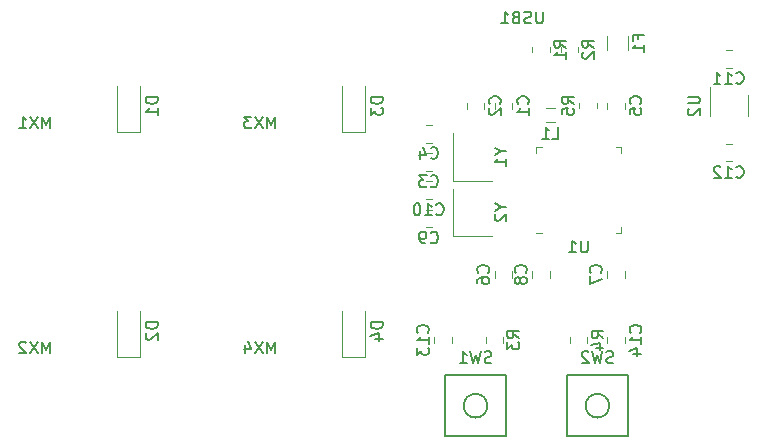
<source format=gbo>
%TF.GenerationSoftware,KiCad,Pcbnew,(5.1.10-1-10_14)*%
%TF.CreationDate,2021-05-18T16:18:39+02:00*%
%TF.ProjectId,dirac_delta,64697261-635f-4646-956c-74612e6b6963,rev?*%
%TF.SameCoordinates,Original*%
%TF.FileFunction,Legend,Bot*%
%TF.FilePolarity,Positive*%
%FSLAX46Y46*%
G04 Gerber Fmt 4.6, Leading zero omitted, Abs format (unit mm)*
G04 Created by KiCad (PCBNEW (5.1.10-1-10_14)) date 2021-05-18 16:18:39*
%MOMM*%
%LPD*%
G01*
G04 APERTURE LIST*
%ADD10C,0.120000*%
%ADD11C,0.150000*%
G04 APERTURE END LIST*
D10*
%TO.C,Y2*%
X72008000Y-45180000D02*
X68708000Y-45180000D01*
X68708000Y-45180000D02*
X68708000Y-41180000D01*
%TO.C,Y1*%
X72008000Y-40481000D02*
X68708000Y-40481000D01*
X68708000Y-40481000D02*
X68708000Y-36481000D01*
%TO.C,U2*%
X90465000Y-35031250D02*
X90465000Y-32581250D01*
X93685000Y-33231250D02*
X93685000Y-35031250D01*
%TO.C,U1*%
X76240000Y-44885000D02*
X75765000Y-44885000D01*
X82985000Y-37665000D02*
X82985000Y-38140000D01*
X82510000Y-37665000D02*
X82985000Y-37665000D01*
X75765000Y-37665000D02*
X75765000Y-38140000D01*
X76240000Y-37665000D02*
X75765000Y-37665000D01*
X82985000Y-44885000D02*
X82985000Y-44410000D01*
X82510000Y-44885000D02*
X82985000Y-44885000D01*
D11*
%TO.C,SW2*%
X78362500Y-62131250D02*
X83562500Y-62131250D01*
X83562500Y-62131250D02*
X83562500Y-56931250D01*
X83562500Y-56931250D02*
X78362500Y-56931250D01*
X78362500Y-56931250D02*
X78362500Y-62131250D01*
X81962500Y-59531250D02*
G75*
G03*
X81962500Y-59531250I-1000000J0D01*
G01*
%TO.C,SW1*%
X68043750Y-62131250D02*
X73243750Y-62131250D01*
X73243750Y-62131250D02*
X73243750Y-56931250D01*
X73243750Y-56931250D02*
X68043750Y-56931250D01*
X68043750Y-56931250D02*
X68043750Y-62131250D01*
X71643750Y-59531250D02*
G75*
G03*
X71643750Y-59531250I-1000000J0D01*
G01*
D10*
%TO.C,R5*%
X80903750Y-33904186D02*
X80903750Y-34358314D01*
X79433750Y-33904186D02*
X79433750Y-34358314D01*
%TO.C,R4*%
X78640000Y-54202064D02*
X78640000Y-53747936D01*
X80110000Y-54202064D02*
X80110000Y-53747936D01*
%TO.C,R3*%
X71496250Y-54202064D02*
X71496250Y-53747936D01*
X72966250Y-54202064D02*
X72966250Y-53747936D01*
%TO.C,R2*%
X77846250Y-29595814D02*
X77846250Y-29141686D01*
X79316250Y-29595814D02*
X79316250Y-29141686D01*
%TO.C,R1*%
X75465000Y-29595814D02*
X75465000Y-29141686D01*
X76935000Y-29595814D02*
X76935000Y-29141686D01*
%TO.C,L1*%
X76594128Y-34365000D02*
X77393372Y-34365000D01*
X76594128Y-35485000D02*
X77393372Y-35485000D01*
%TO.C,F1*%
X81767000Y-29431064D02*
X81767000Y-28226936D01*
X83587000Y-29431064D02*
X83587000Y-28226936D01*
%TO.C,D4*%
X61325000Y-55431250D02*
X61325000Y-51531250D01*
X59325000Y-55431250D02*
X59325000Y-51531250D01*
X61325000Y-55431250D02*
X59325000Y-55431250D01*
%TO.C,D3*%
X61325000Y-36381250D02*
X61325000Y-32481250D01*
X59325000Y-36381250D02*
X59325000Y-32481250D01*
X61325000Y-36381250D02*
X59325000Y-36381250D01*
%TO.C,D2*%
X42275000Y-55431250D02*
X42275000Y-51531250D01*
X40275000Y-55431250D02*
X40275000Y-51531250D01*
X42275000Y-55431250D02*
X40275000Y-55431250D01*
%TO.C,D1*%
X42275000Y-36381250D02*
X42275000Y-32481250D01*
X40275000Y-36381250D02*
X40275000Y-32481250D01*
X42275000Y-36381250D02*
X40275000Y-36381250D01*
%TO.C,C14*%
X81815000Y-54236252D02*
X81815000Y-53713748D01*
X83285000Y-54236252D02*
X83285000Y-53713748D01*
%TO.C,C13*%
X68640000Y-53713748D02*
X68640000Y-54236252D01*
X67170000Y-53713748D02*
X67170000Y-54236252D01*
%TO.C,C12*%
X91813748Y-37365000D02*
X92336252Y-37365000D01*
X91813748Y-38835000D02*
X92336252Y-38835000D01*
%TO.C,C11*%
X91813748Y-29427500D02*
X92336252Y-29427500D01*
X91813748Y-30897500D02*
X92336252Y-30897500D01*
%TO.C,C10*%
X66413748Y-40540000D02*
X66936252Y-40540000D01*
X66413748Y-42010000D02*
X66936252Y-42010000D01*
%TO.C,C9*%
X66413748Y-42921250D02*
X66936252Y-42921250D01*
X66413748Y-44391250D02*
X66936252Y-44391250D01*
%TO.C,C8*%
X76935000Y-48157498D02*
X76935000Y-48680002D01*
X75465000Y-48157498D02*
X75465000Y-48680002D01*
%TO.C,C7*%
X83285000Y-48157498D02*
X83285000Y-48680002D01*
X81815000Y-48157498D02*
X81815000Y-48680002D01*
%TO.C,C6*%
X73760000Y-48157498D02*
X73760000Y-48680002D01*
X72290000Y-48157498D02*
X72290000Y-48680002D01*
%TO.C,C5*%
X81815000Y-34392502D02*
X81815000Y-33869998D01*
X83285000Y-34392502D02*
X83285000Y-33869998D01*
%TO.C,C4*%
X66413748Y-35777500D02*
X66936252Y-35777500D01*
X66413748Y-37247500D02*
X66936252Y-37247500D01*
%TO.C,C3*%
X66413748Y-38158750D02*
X66936252Y-38158750D01*
X66413748Y-39628750D02*
X66936252Y-39628750D01*
%TO.C,C2*%
X69908750Y-34392502D02*
X69908750Y-33869998D01*
X71378750Y-34392502D02*
X71378750Y-33869998D01*
%TO.C,C1*%
X72290000Y-34392502D02*
X72290000Y-33869998D01*
X73760000Y-34392502D02*
X73760000Y-33869998D01*
%TO.C,Y2*%
D11*
X72784190Y-42703809D02*
X73260380Y-42703809D01*
X72260380Y-42370476D02*
X72784190Y-42703809D01*
X72260380Y-43037142D01*
X72355619Y-43322857D02*
X72308000Y-43370476D01*
X72260380Y-43465714D01*
X72260380Y-43703809D01*
X72308000Y-43799047D01*
X72355619Y-43846666D01*
X72450857Y-43894285D01*
X72546095Y-43894285D01*
X72688952Y-43846666D01*
X73260380Y-43275238D01*
X73260380Y-43894285D01*
%TO.C,Y1*%
X72784190Y-38004809D02*
X73260380Y-38004809D01*
X72260380Y-37671476D02*
X72784190Y-38004809D01*
X72260380Y-38338142D01*
X73260380Y-39195285D02*
X73260380Y-38623857D01*
X73260380Y-38909571D02*
X72260380Y-38909571D01*
X72403238Y-38814333D01*
X72498476Y-38719095D01*
X72546095Y-38623857D01*
%TO.C,MX4*%
X53673214Y-55094130D02*
X53673214Y-54094130D01*
X53339880Y-54808416D01*
X53006547Y-54094130D01*
X53006547Y-55094130D01*
X52625595Y-54094130D02*
X51958928Y-55094130D01*
X51958928Y-54094130D02*
X52625595Y-55094130D01*
X51149404Y-54427464D02*
X51149404Y-55094130D01*
X51387500Y-54046511D02*
X51625595Y-54760797D01*
X51006547Y-54760797D01*
%TO.C,MX3*%
X53673214Y-36044130D02*
X53673214Y-35044130D01*
X53339880Y-35758416D01*
X53006547Y-35044130D01*
X53006547Y-36044130D01*
X52625595Y-35044130D02*
X51958928Y-36044130D01*
X51958928Y-35044130D02*
X52625595Y-36044130D01*
X51673214Y-35044130D02*
X51054166Y-35044130D01*
X51387500Y-35425083D01*
X51244642Y-35425083D01*
X51149404Y-35472702D01*
X51101785Y-35520321D01*
X51054166Y-35615559D01*
X51054166Y-35853654D01*
X51101785Y-35948892D01*
X51149404Y-35996511D01*
X51244642Y-36044130D01*
X51530357Y-36044130D01*
X51625595Y-35996511D01*
X51673214Y-35948892D01*
%TO.C,MX2*%
X34623214Y-55094130D02*
X34623214Y-54094130D01*
X34289880Y-54808416D01*
X33956547Y-54094130D01*
X33956547Y-55094130D01*
X33575595Y-54094130D02*
X32908928Y-55094130D01*
X32908928Y-54094130D02*
X33575595Y-55094130D01*
X32575595Y-54189369D02*
X32527976Y-54141750D01*
X32432738Y-54094130D01*
X32194642Y-54094130D01*
X32099404Y-54141750D01*
X32051785Y-54189369D01*
X32004166Y-54284607D01*
X32004166Y-54379845D01*
X32051785Y-54522702D01*
X32623214Y-55094130D01*
X32004166Y-55094130D01*
%TO.C,MX1*%
X34623214Y-36044130D02*
X34623214Y-35044130D01*
X34289880Y-35758416D01*
X33956547Y-35044130D01*
X33956547Y-36044130D01*
X33575595Y-35044130D02*
X32908928Y-36044130D01*
X32908928Y-35044130D02*
X33575595Y-36044130D01*
X32004166Y-36044130D02*
X32575595Y-36044130D01*
X32289880Y-36044130D02*
X32289880Y-35044130D01*
X32385119Y-35186988D01*
X32480357Y-35282226D01*
X32575595Y-35329845D01*
%TO.C,USB1*%
X76350595Y-26164880D02*
X76350595Y-26974404D01*
X76302976Y-27069642D01*
X76255357Y-27117261D01*
X76160119Y-27164880D01*
X75969642Y-27164880D01*
X75874404Y-27117261D01*
X75826785Y-27069642D01*
X75779166Y-26974404D01*
X75779166Y-26164880D01*
X75350595Y-27117261D02*
X75207738Y-27164880D01*
X74969642Y-27164880D01*
X74874404Y-27117261D01*
X74826785Y-27069642D01*
X74779166Y-26974404D01*
X74779166Y-26879166D01*
X74826785Y-26783928D01*
X74874404Y-26736309D01*
X74969642Y-26688690D01*
X75160119Y-26641071D01*
X75255357Y-26593452D01*
X75302976Y-26545833D01*
X75350595Y-26450595D01*
X75350595Y-26355357D01*
X75302976Y-26260119D01*
X75255357Y-26212500D01*
X75160119Y-26164880D01*
X74922023Y-26164880D01*
X74779166Y-26212500D01*
X74017261Y-26641071D02*
X73874404Y-26688690D01*
X73826785Y-26736309D01*
X73779166Y-26831547D01*
X73779166Y-26974404D01*
X73826785Y-27069642D01*
X73874404Y-27117261D01*
X73969642Y-27164880D01*
X74350595Y-27164880D01*
X74350595Y-26164880D01*
X74017261Y-26164880D01*
X73922023Y-26212500D01*
X73874404Y-26260119D01*
X73826785Y-26355357D01*
X73826785Y-26450595D01*
X73874404Y-26545833D01*
X73922023Y-26593452D01*
X74017261Y-26641071D01*
X74350595Y-26641071D01*
X72826785Y-27164880D02*
X73398214Y-27164880D01*
X73112500Y-27164880D02*
X73112500Y-26164880D01*
X73207738Y-26307738D01*
X73302976Y-26402976D01*
X73398214Y-26450595D01*
%TO.C,U2*%
X88627380Y-33369345D02*
X89436904Y-33369345D01*
X89532142Y-33416964D01*
X89579761Y-33464583D01*
X89627380Y-33559821D01*
X89627380Y-33750297D01*
X89579761Y-33845535D01*
X89532142Y-33893154D01*
X89436904Y-33940773D01*
X88627380Y-33940773D01*
X88722619Y-34369345D02*
X88675000Y-34416964D01*
X88627380Y-34512202D01*
X88627380Y-34750297D01*
X88675000Y-34845535D01*
X88722619Y-34893154D01*
X88817857Y-34940773D01*
X88913095Y-34940773D01*
X89055952Y-34893154D01*
X89627380Y-34321726D01*
X89627380Y-34940773D01*
%TO.C,U1*%
X80136904Y-45547380D02*
X80136904Y-46356904D01*
X80089285Y-46452142D01*
X80041666Y-46499761D01*
X79946428Y-46547380D01*
X79755952Y-46547380D01*
X79660714Y-46499761D01*
X79613095Y-46452142D01*
X79565476Y-46356904D01*
X79565476Y-45547380D01*
X78565476Y-46547380D02*
X79136904Y-46547380D01*
X78851190Y-46547380D02*
X78851190Y-45547380D01*
X78946428Y-45690238D01*
X79041666Y-45785476D01*
X79136904Y-45833095D01*
%TO.C,SW2*%
X82295833Y-55872011D02*
X82152976Y-55919630D01*
X81914880Y-55919630D01*
X81819642Y-55872011D01*
X81772023Y-55824392D01*
X81724404Y-55729154D01*
X81724404Y-55633916D01*
X81772023Y-55538678D01*
X81819642Y-55491059D01*
X81914880Y-55443440D01*
X82105357Y-55395821D01*
X82200595Y-55348202D01*
X82248214Y-55300583D01*
X82295833Y-55205345D01*
X82295833Y-55110107D01*
X82248214Y-55014869D01*
X82200595Y-54967250D01*
X82105357Y-54919630D01*
X81867261Y-54919630D01*
X81724404Y-54967250D01*
X81391071Y-54919630D02*
X81152976Y-55919630D01*
X80962500Y-55205345D01*
X80772023Y-55919630D01*
X80533928Y-54919630D01*
X80200595Y-55014869D02*
X80152976Y-54967250D01*
X80057738Y-54919630D01*
X79819642Y-54919630D01*
X79724404Y-54967250D01*
X79676785Y-55014869D01*
X79629166Y-55110107D01*
X79629166Y-55205345D01*
X79676785Y-55348202D01*
X80248214Y-55919630D01*
X79629166Y-55919630D01*
%TO.C,SW1*%
X71977083Y-55872011D02*
X71834226Y-55919630D01*
X71596130Y-55919630D01*
X71500892Y-55872011D01*
X71453273Y-55824392D01*
X71405654Y-55729154D01*
X71405654Y-55633916D01*
X71453273Y-55538678D01*
X71500892Y-55491059D01*
X71596130Y-55443440D01*
X71786607Y-55395821D01*
X71881845Y-55348202D01*
X71929464Y-55300583D01*
X71977083Y-55205345D01*
X71977083Y-55110107D01*
X71929464Y-55014869D01*
X71881845Y-54967250D01*
X71786607Y-54919630D01*
X71548511Y-54919630D01*
X71405654Y-54967250D01*
X71072321Y-54919630D02*
X70834226Y-55919630D01*
X70643750Y-55205345D01*
X70453273Y-55919630D01*
X70215178Y-54919630D01*
X69310416Y-55919630D02*
X69881845Y-55919630D01*
X69596130Y-55919630D02*
X69596130Y-54919630D01*
X69691369Y-55062488D01*
X69786607Y-55157726D01*
X69881845Y-55205345D01*
%TO.C,R5*%
X78971130Y-33964583D02*
X78494940Y-33631250D01*
X78971130Y-33393154D02*
X77971130Y-33393154D01*
X77971130Y-33774107D01*
X78018750Y-33869345D01*
X78066369Y-33916964D01*
X78161607Y-33964583D01*
X78304464Y-33964583D01*
X78399702Y-33916964D01*
X78447321Y-33869345D01*
X78494940Y-33774107D01*
X78494940Y-33393154D01*
X77971130Y-34869345D02*
X77971130Y-34393154D01*
X78447321Y-34345535D01*
X78399702Y-34393154D01*
X78352083Y-34488392D01*
X78352083Y-34726488D01*
X78399702Y-34821726D01*
X78447321Y-34869345D01*
X78542559Y-34916964D01*
X78780654Y-34916964D01*
X78875892Y-34869345D01*
X78923511Y-34821726D01*
X78971130Y-34726488D01*
X78971130Y-34488392D01*
X78923511Y-34393154D01*
X78875892Y-34345535D01*
%TO.C,R4*%
X81477380Y-53808333D02*
X81001190Y-53475000D01*
X81477380Y-53236904D02*
X80477380Y-53236904D01*
X80477380Y-53617857D01*
X80525000Y-53713095D01*
X80572619Y-53760714D01*
X80667857Y-53808333D01*
X80810714Y-53808333D01*
X80905952Y-53760714D01*
X80953571Y-53713095D01*
X81001190Y-53617857D01*
X81001190Y-53236904D01*
X80810714Y-54665476D02*
X81477380Y-54665476D01*
X80429761Y-54427380D02*
X81144047Y-54189285D01*
X81144047Y-54808333D01*
%TO.C,R3*%
X74333630Y-53808333D02*
X73857440Y-53475000D01*
X74333630Y-53236904D02*
X73333630Y-53236904D01*
X73333630Y-53617857D01*
X73381250Y-53713095D01*
X73428869Y-53760714D01*
X73524107Y-53808333D01*
X73666964Y-53808333D01*
X73762202Y-53760714D01*
X73809821Y-53713095D01*
X73857440Y-53617857D01*
X73857440Y-53236904D01*
X73333630Y-54141666D02*
X73333630Y-54760714D01*
X73714583Y-54427380D01*
X73714583Y-54570238D01*
X73762202Y-54665476D01*
X73809821Y-54713095D01*
X73905059Y-54760714D01*
X74143154Y-54760714D01*
X74238392Y-54713095D01*
X74286011Y-54665476D01*
X74333630Y-54570238D01*
X74333630Y-54284523D01*
X74286011Y-54189285D01*
X74238392Y-54141666D01*
%TO.C,R2*%
X80683630Y-29202083D02*
X80207440Y-28868750D01*
X80683630Y-28630654D02*
X79683630Y-28630654D01*
X79683630Y-29011607D01*
X79731250Y-29106845D01*
X79778869Y-29154464D01*
X79874107Y-29202083D01*
X80016964Y-29202083D01*
X80112202Y-29154464D01*
X80159821Y-29106845D01*
X80207440Y-29011607D01*
X80207440Y-28630654D01*
X79778869Y-29583035D02*
X79731250Y-29630654D01*
X79683630Y-29725892D01*
X79683630Y-29963988D01*
X79731250Y-30059226D01*
X79778869Y-30106845D01*
X79874107Y-30154464D01*
X79969345Y-30154464D01*
X80112202Y-30106845D01*
X80683630Y-29535416D01*
X80683630Y-30154464D01*
%TO.C,R1*%
X78302380Y-29202083D02*
X77826190Y-28868750D01*
X78302380Y-28630654D02*
X77302380Y-28630654D01*
X77302380Y-29011607D01*
X77350000Y-29106845D01*
X77397619Y-29154464D01*
X77492857Y-29202083D01*
X77635714Y-29202083D01*
X77730952Y-29154464D01*
X77778571Y-29106845D01*
X77826190Y-29011607D01*
X77826190Y-28630654D01*
X78302380Y-30154464D02*
X78302380Y-29583035D01*
X78302380Y-29868750D02*
X77302380Y-29868750D01*
X77445238Y-29773511D01*
X77540476Y-29678273D01*
X77588095Y-29583035D01*
%TO.C,L1*%
X77160416Y-36927380D02*
X77636607Y-36927380D01*
X77636607Y-35927380D01*
X76303273Y-36927380D02*
X76874702Y-36927380D01*
X76588988Y-36927380D02*
X76588988Y-35927380D01*
X76684226Y-36070238D01*
X76779464Y-36165476D01*
X76874702Y-36213095D01*
%TO.C,F1*%
X84425571Y-28495666D02*
X84425571Y-28162333D01*
X84949380Y-28162333D02*
X83949380Y-28162333D01*
X83949380Y-28638523D01*
X84949380Y-29543285D02*
X84949380Y-28971857D01*
X84949380Y-29257571D02*
X83949380Y-29257571D01*
X84092238Y-29162333D01*
X84187476Y-29067095D01*
X84235095Y-28971857D01*
%TO.C,D4*%
X62777380Y-52443154D02*
X61777380Y-52443154D01*
X61777380Y-52681250D01*
X61825000Y-52824107D01*
X61920238Y-52919345D01*
X62015476Y-52966964D01*
X62205952Y-53014583D01*
X62348809Y-53014583D01*
X62539285Y-52966964D01*
X62634523Y-52919345D01*
X62729761Y-52824107D01*
X62777380Y-52681250D01*
X62777380Y-52443154D01*
X62110714Y-53871726D02*
X62777380Y-53871726D01*
X61729761Y-53633630D02*
X62444047Y-53395535D01*
X62444047Y-54014583D01*
%TO.C,D3*%
X62777380Y-33393154D02*
X61777380Y-33393154D01*
X61777380Y-33631250D01*
X61825000Y-33774107D01*
X61920238Y-33869345D01*
X62015476Y-33916964D01*
X62205952Y-33964583D01*
X62348809Y-33964583D01*
X62539285Y-33916964D01*
X62634523Y-33869345D01*
X62729761Y-33774107D01*
X62777380Y-33631250D01*
X62777380Y-33393154D01*
X61777380Y-34297916D02*
X61777380Y-34916964D01*
X62158333Y-34583630D01*
X62158333Y-34726488D01*
X62205952Y-34821726D01*
X62253571Y-34869345D01*
X62348809Y-34916964D01*
X62586904Y-34916964D01*
X62682142Y-34869345D01*
X62729761Y-34821726D01*
X62777380Y-34726488D01*
X62777380Y-34440773D01*
X62729761Y-34345535D01*
X62682142Y-34297916D01*
%TO.C,D2*%
X43727380Y-52443154D02*
X42727380Y-52443154D01*
X42727380Y-52681250D01*
X42775000Y-52824107D01*
X42870238Y-52919345D01*
X42965476Y-52966964D01*
X43155952Y-53014583D01*
X43298809Y-53014583D01*
X43489285Y-52966964D01*
X43584523Y-52919345D01*
X43679761Y-52824107D01*
X43727380Y-52681250D01*
X43727380Y-52443154D01*
X42822619Y-53395535D02*
X42775000Y-53443154D01*
X42727380Y-53538392D01*
X42727380Y-53776488D01*
X42775000Y-53871726D01*
X42822619Y-53919345D01*
X42917857Y-53966964D01*
X43013095Y-53966964D01*
X43155952Y-53919345D01*
X43727380Y-53347916D01*
X43727380Y-53966964D01*
%TO.C,D1*%
X43727380Y-33393154D02*
X42727380Y-33393154D01*
X42727380Y-33631250D01*
X42775000Y-33774107D01*
X42870238Y-33869345D01*
X42965476Y-33916964D01*
X43155952Y-33964583D01*
X43298809Y-33964583D01*
X43489285Y-33916964D01*
X43584523Y-33869345D01*
X43679761Y-33774107D01*
X43727380Y-33631250D01*
X43727380Y-33393154D01*
X43727380Y-34916964D02*
X43727380Y-34345535D01*
X43727380Y-34631250D02*
X42727380Y-34631250D01*
X42870238Y-34536011D01*
X42965476Y-34440773D01*
X43013095Y-34345535D01*
%TO.C,C14*%
X84587142Y-53332142D02*
X84634761Y-53284523D01*
X84682380Y-53141666D01*
X84682380Y-53046428D01*
X84634761Y-52903571D01*
X84539523Y-52808333D01*
X84444285Y-52760714D01*
X84253809Y-52713095D01*
X84110952Y-52713095D01*
X83920476Y-52760714D01*
X83825238Y-52808333D01*
X83730000Y-52903571D01*
X83682380Y-53046428D01*
X83682380Y-53141666D01*
X83730000Y-53284523D01*
X83777619Y-53332142D01*
X84682380Y-54284523D02*
X84682380Y-53713095D01*
X84682380Y-53998809D02*
X83682380Y-53998809D01*
X83825238Y-53903571D01*
X83920476Y-53808333D01*
X83968095Y-53713095D01*
X84015714Y-55141666D02*
X84682380Y-55141666D01*
X83634761Y-54903571D02*
X84349047Y-54665476D01*
X84349047Y-55284523D01*
%TO.C,C13*%
X66582142Y-53332142D02*
X66629761Y-53284523D01*
X66677380Y-53141666D01*
X66677380Y-53046428D01*
X66629761Y-52903571D01*
X66534523Y-52808333D01*
X66439285Y-52760714D01*
X66248809Y-52713095D01*
X66105952Y-52713095D01*
X65915476Y-52760714D01*
X65820238Y-52808333D01*
X65725000Y-52903571D01*
X65677380Y-53046428D01*
X65677380Y-53141666D01*
X65725000Y-53284523D01*
X65772619Y-53332142D01*
X66677380Y-54284523D02*
X66677380Y-53713095D01*
X66677380Y-53998809D02*
X65677380Y-53998809D01*
X65820238Y-53903571D01*
X65915476Y-53808333D01*
X65963095Y-53713095D01*
X65677380Y-54617857D02*
X65677380Y-55236904D01*
X66058333Y-54903571D01*
X66058333Y-55046428D01*
X66105952Y-55141666D01*
X66153571Y-55189285D01*
X66248809Y-55236904D01*
X66486904Y-55236904D01*
X66582142Y-55189285D01*
X66629761Y-55141666D01*
X66677380Y-55046428D01*
X66677380Y-54760714D01*
X66629761Y-54665476D01*
X66582142Y-54617857D01*
%TO.C,C12*%
X92717857Y-40137142D02*
X92765476Y-40184761D01*
X92908333Y-40232380D01*
X93003571Y-40232380D01*
X93146428Y-40184761D01*
X93241666Y-40089523D01*
X93289285Y-39994285D01*
X93336904Y-39803809D01*
X93336904Y-39660952D01*
X93289285Y-39470476D01*
X93241666Y-39375238D01*
X93146428Y-39280000D01*
X93003571Y-39232380D01*
X92908333Y-39232380D01*
X92765476Y-39280000D01*
X92717857Y-39327619D01*
X91765476Y-40232380D02*
X92336904Y-40232380D01*
X92051190Y-40232380D02*
X92051190Y-39232380D01*
X92146428Y-39375238D01*
X92241666Y-39470476D01*
X92336904Y-39518095D01*
X91384523Y-39327619D02*
X91336904Y-39280000D01*
X91241666Y-39232380D01*
X91003571Y-39232380D01*
X90908333Y-39280000D01*
X90860714Y-39327619D01*
X90813095Y-39422857D01*
X90813095Y-39518095D01*
X90860714Y-39660952D01*
X91432142Y-40232380D01*
X90813095Y-40232380D01*
%TO.C,C11*%
X92717857Y-32199642D02*
X92765476Y-32247261D01*
X92908333Y-32294880D01*
X93003571Y-32294880D01*
X93146428Y-32247261D01*
X93241666Y-32152023D01*
X93289285Y-32056785D01*
X93336904Y-31866309D01*
X93336904Y-31723452D01*
X93289285Y-31532976D01*
X93241666Y-31437738D01*
X93146428Y-31342500D01*
X93003571Y-31294880D01*
X92908333Y-31294880D01*
X92765476Y-31342500D01*
X92717857Y-31390119D01*
X91765476Y-32294880D02*
X92336904Y-32294880D01*
X92051190Y-32294880D02*
X92051190Y-31294880D01*
X92146428Y-31437738D01*
X92241666Y-31532976D01*
X92336904Y-31580595D01*
X90813095Y-32294880D02*
X91384523Y-32294880D01*
X91098809Y-32294880D02*
X91098809Y-31294880D01*
X91194047Y-31437738D01*
X91289285Y-31532976D01*
X91384523Y-31580595D01*
%TO.C,C10*%
X67317857Y-43312142D02*
X67365476Y-43359761D01*
X67508333Y-43407380D01*
X67603571Y-43407380D01*
X67746428Y-43359761D01*
X67841666Y-43264523D01*
X67889285Y-43169285D01*
X67936904Y-42978809D01*
X67936904Y-42835952D01*
X67889285Y-42645476D01*
X67841666Y-42550238D01*
X67746428Y-42455000D01*
X67603571Y-42407380D01*
X67508333Y-42407380D01*
X67365476Y-42455000D01*
X67317857Y-42502619D01*
X66365476Y-43407380D02*
X66936904Y-43407380D01*
X66651190Y-43407380D02*
X66651190Y-42407380D01*
X66746428Y-42550238D01*
X66841666Y-42645476D01*
X66936904Y-42693095D01*
X65746428Y-42407380D02*
X65651190Y-42407380D01*
X65555952Y-42455000D01*
X65508333Y-42502619D01*
X65460714Y-42597857D01*
X65413095Y-42788333D01*
X65413095Y-43026428D01*
X65460714Y-43216904D01*
X65508333Y-43312142D01*
X65555952Y-43359761D01*
X65651190Y-43407380D01*
X65746428Y-43407380D01*
X65841666Y-43359761D01*
X65889285Y-43312142D01*
X65936904Y-43216904D01*
X65984523Y-43026428D01*
X65984523Y-42788333D01*
X65936904Y-42597857D01*
X65889285Y-42502619D01*
X65841666Y-42455000D01*
X65746428Y-42407380D01*
%TO.C,C9*%
X66841666Y-45693392D02*
X66889285Y-45741011D01*
X67032142Y-45788630D01*
X67127380Y-45788630D01*
X67270238Y-45741011D01*
X67365476Y-45645773D01*
X67413095Y-45550535D01*
X67460714Y-45360059D01*
X67460714Y-45217202D01*
X67413095Y-45026726D01*
X67365476Y-44931488D01*
X67270238Y-44836250D01*
X67127380Y-44788630D01*
X67032142Y-44788630D01*
X66889285Y-44836250D01*
X66841666Y-44883869D01*
X66365476Y-45788630D02*
X66175000Y-45788630D01*
X66079761Y-45741011D01*
X66032142Y-45693392D01*
X65936904Y-45550535D01*
X65889285Y-45360059D01*
X65889285Y-44979107D01*
X65936904Y-44883869D01*
X65984523Y-44836250D01*
X66079761Y-44788630D01*
X66270238Y-44788630D01*
X66365476Y-44836250D01*
X66413095Y-44883869D01*
X66460714Y-44979107D01*
X66460714Y-45217202D01*
X66413095Y-45312440D01*
X66365476Y-45360059D01*
X66270238Y-45407678D01*
X66079761Y-45407678D01*
X65984523Y-45360059D01*
X65936904Y-45312440D01*
X65889285Y-45217202D01*
%TO.C,C8*%
X74877142Y-48252083D02*
X74924761Y-48204464D01*
X74972380Y-48061607D01*
X74972380Y-47966369D01*
X74924761Y-47823511D01*
X74829523Y-47728273D01*
X74734285Y-47680654D01*
X74543809Y-47633035D01*
X74400952Y-47633035D01*
X74210476Y-47680654D01*
X74115238Y-47728273D01*
X74020000Y-47823511D01*
X73972380Y-47966369D01*
X73972380Y-48061607D01*
X74020000Y-48204464D01*
X74067619Y-48252083D01*
X74400952Y-48823511D02*
X74353333Y-48728273D01*
X74305714Y-48680654D01*
X74210476Y-48633035D01*
X74162857Y-48633035D01*
X74067619Y-48680654D01*
X74020000Y-48728273D01*
X73972380Y-48823511D01*
X73972380Y-49013988D01*
X74020000Y-49109226D01*
X74067619Y-49156845D01*
X74162857Y-49204464D01*
X74210476Y-49204464D01*
X74305714Y-49156845D01*
X74353333Y-49109226D01*
X74400952Y-49013988D01*
X74400952Y-48823511D01*
X74448571Y-48728273D01*
X74496190Y-48680654D01*
X74591428Y-48633035D01*
X74781904Y-48633035D01*
X74877142Y-48680654D01*
X74924761Y-48728273D01*
X74972380Y-48823511D01*
X74972380Y-49013988D01*
X74924761Y-49109226D01*
X74877142Y-49156845D01*
X74781904Y-49204464D01*
X74591428Y-49204464D01*
X74496190Y-49156845D01*
X74448571Y-49109226D01*
X74400952Y-49013988D01*
%TO.C,C7*%
X81227142Y-48252083D02*
X81274761Y-48204464D01*
X81322380Y-48061607D01*
X81322380Y-47966369D01*
X81274761Y-47823511D01*
X81179523Y-47728273D01*
X81084285Y-47680654D01*
X80893809Y-47633035D01*
X80750952Y-47633035D01*
X80560476Y-47680654D01*
X80465238Y-47728273D01*
X80370000Y-47823511D01*
X80322380Y-47966369D01*
X80322380Y-48061607D01*
X80370000Y-48204464D01*
X80417619Y-48252083D01*
X80322380Y-48585416D02*
X80322380Y-49252083D01*
X81322380Y-48823511D01*
%TO.C,C6*%
X71702142Y-48252083D02*
X71749761Y-48204464D01*
X71797380Y-48061607D01*
X71797380Y-47966369D01*
X71749761Y-47823511D01*
X71654523Y-47728273D01*
X71559285Y-47680654D01*
X71368809Y-47633035D01*
X71225952Y-47633035D01*
X71035476Y-47680654D01*
X70940238Y-47728273D01*
X70845000Y-47823511D01*
X70797380Y-47966369D01*
X70797380Y-48061607D01*
X70845000Y-48204464D01*
X70892619Y-48252083D01*
X70797380Y-49109226D02*
X70797380Y-48918750D01*
X70845000Y-48823511D01*
X70892619Y-48775892D01*
X71035476Y-48680654D01*
X71225952Y-48633035D01*
X71606904Y-48633035D01*
X71702142Y-48680654D01*
X71749761Y-48728273D01*
X71797380Y-48823511D01*
X71797380Y-49013988D01*
X71749761Y-49109226D01*
X71702142Y-49156845D01*
X71606904Y-49204464D01*
X71368809Y-49204464D01*
X71273571Y-49156845D01*
X71225952Y-49109226D01*
X71178333Y-49013988D01*
X71178333Y-48823511D01*
X71225952Y-48728273D01*
X71273571Y-48680654D01*
X71368809Y-48633035D01*
%TO.C,C5*%
X84587142Y-33964583D02*
X84634761Y-33916964D01*
X84682380Y-33774107D01*
X84682380Y-33678869D01*
X84634761Y-33536011D01*
X84539523Y-33440773D01*
X84444285Y-33393154D01*
X84253809Y-33345535D01*
X84110952Y-33345535D01*
X83920476Y-33393154D01*
X83825238Y-33440773D01*
X83730000Y-33536011D01*
X83682380Y-33678869D01*
X83682380Y-33774107D01*
X83730000Y-33916964D01*
X83777619Y-33964583D01*
X83682380Y-34869345D02*
X83682380Y-34393154D01*
X84158571Y-34345535D01*
X84110952Y-34393154D01*
X84063333Y-34488392D01*
X84063333Y-34726488D01*
X84110952Y-34821726D01*
X84158571Y-34869345D01*
X84253809Y-34916964D01*
X84491904Y-34916964D01*
X84587142Y-34869345D01*
X84634761Y-34821726D01*
X84682380Y-34726488D01*
X84682380Y-34488392D01*
X84634761Y-34393154D01*
X84587142Y-34345535D01*
%TO.C,C4*%
X66841666Y-38549642D02*
X66889285Y-38597261D01*
X67032142Y-38644880D01*
X67127380Y-38644880D01*
X67270238Y-38597261D01*
X67365476Y-38502023D01*
X67413095Y-38406785D01*
X67460714Y-38216309D01*
X67460714Y-38073452D01*
X67413095Y-37882976D01*
X67365476Y-37787738D01*
X67270238Y-37692500D01*
X67127380Y-37644880D01*
X67032142Y-37644880D01*
X66889285Y-37692500D01*
X66841666Y-37740119D01*
X65984523Y-37978214D02*
X65984523Y-38644880D01*
X66222619Y-37597261D02*
X66460714Y-38311547D01*
X65841666Y-38311547D01*
%TO.C,C3*%
X66841666Y-40930892D02*
X66889285Y-40978511D01*
X67032142Y-41026130D01*
X67127380Y-41026130D01*
X67270238Y-40978511D01*
X67365476Y-40883273D01*
X67413095Y-40788035D01*
X67460714Y-40597559D01*
X67460714Y-40454702D01*
X67413095Y-40264226D01*
X67365476Y-40168988D01*
X67270238Y-40073750D01*
X67127380Y-40026130D01*
X67032142Y-40026130D01*
X66889285Y-40073750D01*
X66841666Y-40121369D01*
X66508333Y-40026130D02*
X65889285Y-40026130D01*
X66222619Y-40407083D01*
X66079761Y-40407083D01*
X65984523Y-40454702D01*
X65936904Y-40502321D01*
X65889285Y-40597559D01*
X65889285Y-40835654D01*
X65936904Y-40930892D01*
X65984523Y-40978511D01*
X66079761Y-41026130D01*
X66365476Y-41026130D01*
X66460714Y-40978511D01*
X66508333Y-40930892D01*
%TO.C,C2*%
X72680892Y-33964583D02*
X72728511Y-33916964D01*
X72776130Y-33774107D01*
X72776130Y-33678869D01*
X72728511Y-33536011D01*
X72633273Y-33440773D01*
X72538035Y-33393154D01*
X72347559Y-33345535D01*
X72204702Y-33345535D01*
X72014226Y-33393154D01*
X71918988Y-33440773D01*
X71823750Y-33536011D01*
X71776130Y-33678869D01*
X71776130Y-33774107D01*
X71823750Y-33916964D01*
X71871369Y-33964583D01*
X71871369Y-34345535D02*
X71823750Y-34393154D01*
X71776130Y-34488392D01*
X71776130Y-34726488D01*
X71823750Y-34821726D01*
X71871369Y-34869345D01*
X71966607Y-34916964D01*
X72061845Y-34916964D01*
X72204702Y-34869345D01*
X72776130Y-34297916D01*
X72776130Y-34916964D01*
%TO.C,C1*%
X75062142Y-33964583D02*
X75109761Y-33916964D01*
X75157380Y-33774107D01*
X75157380Y-33678869D01*
X75109761Y-33536011D01*
X75014523Y-33440773D01*
X74919285Y-33393154D01*
X74728809Y-33345535D01*
X74585952Y-33345535D01*
X74395476Y-33393154D01*
X74300238Y-33440773D01*
X74205000Y-33536011D01*
X74157380Y-33678869D01*
X74157380Y-33774107D01*
X74205000Y-33916964D01*
X74252619Y-33964583D01*
X75157380Y-34916964D02*
X75157380Y-34345535D01*
X75157380Y-34631250D02*
X74157380Y-34631250D01*
X74300238Y-34536011D01*
X74395476Y-34440773D01*
X74443095Y-34345535D01*
%TD*%
M02*

</source>
